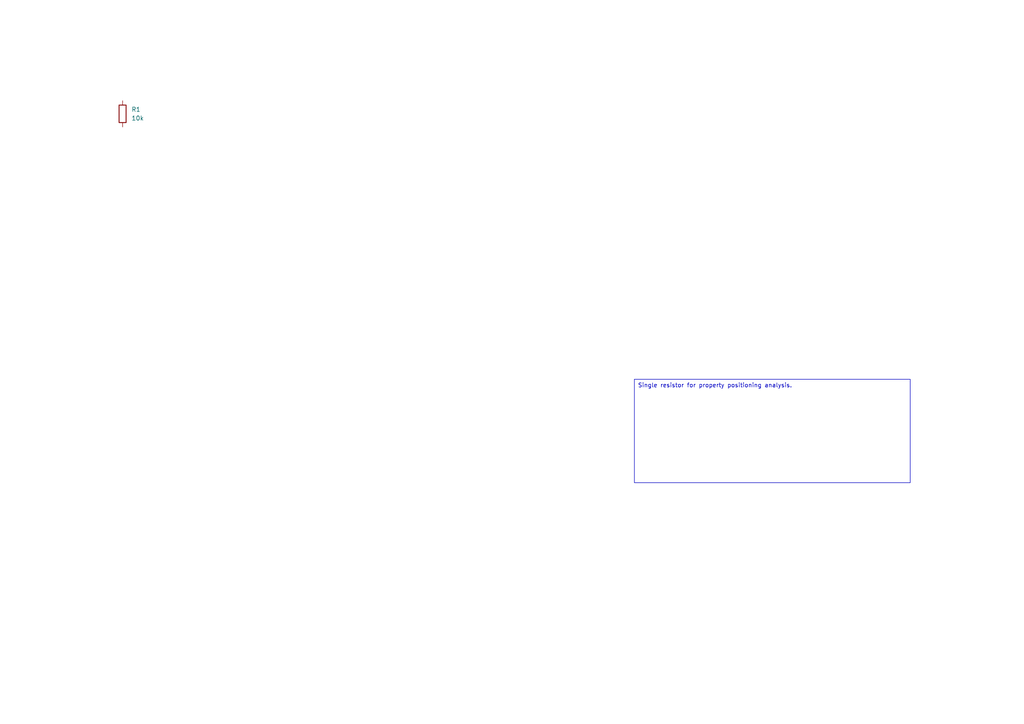
<source format=kicad_sch>
(kicad_sch (version 20250114) (generator "eeschema") (generator_version "9.0")
  (paper "A4")
  (title_block (title "resistor_reference"))
  (lib_symbols
    (symbol "Device:R" (pin_numbers (hide yes)) (pin_names (offset 0))
      (property "Reference" "R" (at 2.032 0 90))
      (property "Value" "R" (at 0 0 90))
      (symbol "R_0_1"
        (rectangle (start -1.016 -2.54) (end 1.016 2.54) (stroke (width 0.254)))
      )
      (symbol "R_1_1"
        (pin passive line (at 0 3.81 270) (length 1.27) (name "~") (number "1"))
        (pin passive line (at 0 -3.81 90) (length 1.27) (name "~") (number "2"))
      )
    )
  )
  (symbol (lib_id "Device:R") (at 35.56 33.02 0) (unit 1)
    (property "Reference" "R1" (at 38.1 31.7499 0) (effects (justify left)))
    (property "Value" "10k" (at 38.1 34.2899 0) (effects (justify left)))
    (property "Footprint" "Resistor_SMD:R_0603_1608Metric" (effects (hide yes)))
    (property "Description" "Resistor" (effects (hide yes)))
  )
  (text_box "Single resistor for property positioning analysis." (at 184 110 0.0000) (size 80 30) (margins 1 1 1 1) (stroke (width 0.0000)) (effects (font (size 1.2 1.2)) (justify left top)))
)
</source>
